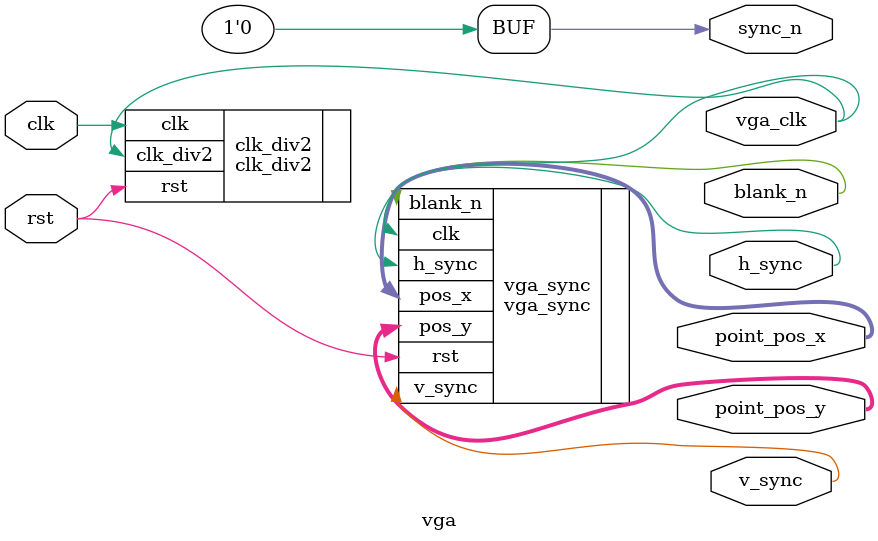
<source format=v>
module vga (
    input           clk,
    input           rst,

    output          vga_clk,
    output          h_sync,
    output          v_sync,
    output          blank_n,
    output          sync_n,
    output  [9:0]   point_pos_x,
    output  [9:0]   point_pos_y
);

assign sync_n = 1'd0;

clk_div2 clk_div2
(
    .clk        (clk),
    .rst        (rst),
    .clk_div2   (vga_clk)
);

vga_sync vga_sync
(
    .clk        (vga_clk),
    .rst        (rst),
    .h_sync     (h_sync),
    .v_sync     (v_sync),
    .pos_x      (point_pos_x),
    .pos_y      (point_pos_y),
    .blank_n    (blank_n)
);

endmodule
</source>
